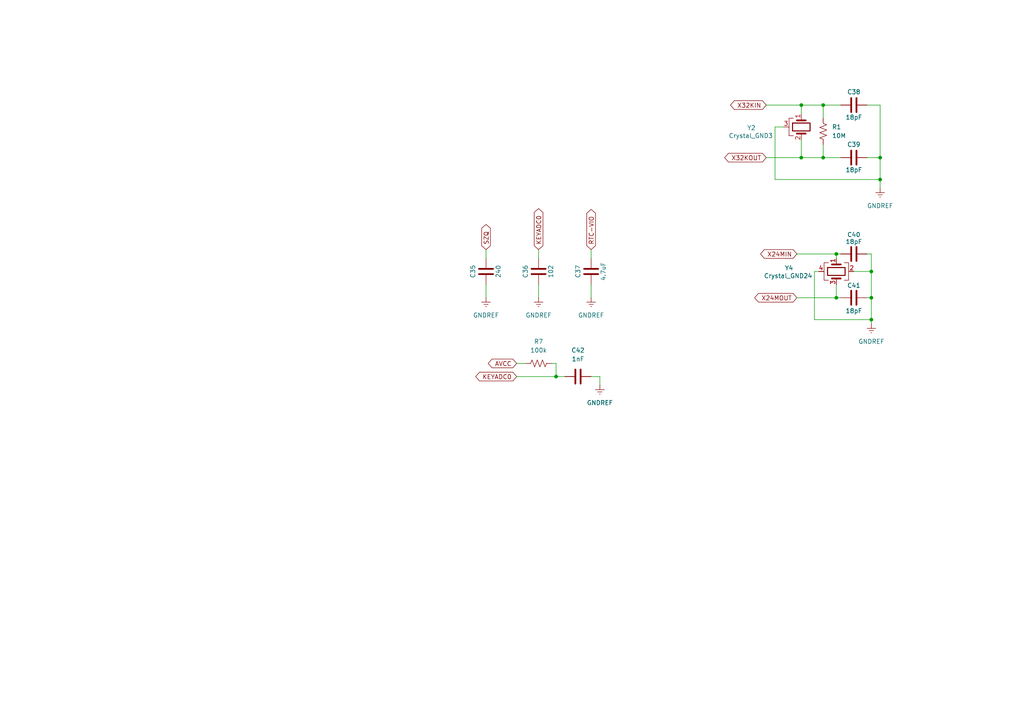
<source format=kicad_sch>
(kicad_sch (version 20250114) (generator "eeschema") (generator_version "9.0")
  (paper "A4")
  (lib_symbols
    (symbol "Device:C" (pin_numbers (hide yes)) (pin_names (offset 0.254))
      (property "Reference" "C" (at 0.635 2.54 0))
      (property "Value" "C" (at 0.635 -2.54 0))
      (symbol "C_0_1"
        (polyline (pts (xy -2.032 0.762) (xy 2.032 0.762)) (stroke (width 0.508)))
        (polyline (pts (xy -2.032 -0.762) (xy 2.032 -0.762)) (stroke (width 0.508)))
      )
      (symbol "C_1_1"
        (pin passive line (at 0 3.81 270) (length 2.794) (name "~") (number "1"))
        (pin passive line (at 0 -3.81 90) (length 2.794) (name "~") (number "2"))
      )
    )
    (symbol "Device:Crystal_GND24" (pin_names (offset 1.016) (hide yes))
      (property "Reference" "Y" (at 3.175 5.08 0))
      (property "Value" "Crystal_GND24" (at 3.175 3.175 0))
      (symbol "Crystal_GND24_0_1"
        (polyline (pts (xy -2.54 2.286) (xy -2.54 3.556) (xy 2.54 3.556) (xy 2.54 2.286)))
        (polyline (pts (xy -2.54 0) (xy -2.032 0)))
        (polyline (pts (xy -2.54 -2.286) (xy -2.54 -3.556) (xy 2.54 -3.556) (xy 2.54 -2.286)))
        (polyline (pts (xy -2.032 -1.27) (xy -2.032 1.27)) (stroke (width 0.508)))
        (rectangle (start -1.143 2.54) (end 1.143 -2.54) (stroke (width 0.3048)))
        (polyline (pts (xy 0 3.556) (xy 0 3.81)))
        (polyline (pts (xy 0 -3.81) (xy 0 -3.556)))
        (polyline (pts (xy 2.032 0) (xy 2.54 0)))
        (polyline (pts (xy 2.032 -1.27) (xy 2.032 1.27)) (stroke (width 0.508)))
      )
      (symbol "Crystal_GND24_1_1"
        (pin passive line (at -3.81 0 0) (length 1.27) (name "1") (number "1"))
        (pin passive line (at 0 5.08 270) (length 1.27) (name "2") (number "2"))
        (pin passive line (at 0 -5.08 90) (length 1.27) (name "4") (number "4"))
        (pin passive line (at 3.81 0 180) (length 1.27) (name "3") (number "3"))
      )
    )
    (symbol "Device:Crystal_GND3" (pin_names (offset 1.016) (hide yes))
      (property "Reference" "Y" (at 0 5.715 0))
      (property "Value" "Crystal_GND3" (at 0 3.81 0))
      (symbol "Crystal_GND3_0_1"
        (polyline (pts (xy -2.54 0) (xy -1.905 0)))
        (polyline (pts (xy -2.54 -2.286) (xy -2.54 -3.556) (xy 2.54 -3.556) (xy 2.54 -2.286)))
        (polyline (pts (xy -1.905 -1.27) (xy -1.905 1.27)) (stroke (width 0.508)))
        (rectangle (start -1.143 2.54) (end 1.143 -2.54) (stroke (width 0.3048)))
        (polyline (pts (xy 0 -3.81) (xy 0 -3.556)))
        (polyline (pts (xy 1.905 1.27) (xy 1.905 -1.27)) (stroke (width 0.508)))
        (polyline (pts (xy 1.905 0) (xy 2.54 0)))
      )
      (symbol "Crystal_GND3_1_1"
        (pin passive line (at -3.81 0 0) (length 1.27) (name "1") (number "1"))
        (pin passive line (at 0 -5.08 90) (length 1.27) (name "3") (number "3"))
        (pin passive line (at 3.81 0 180) (length 1.27) (name "2") (number "2"))
      )
    )
    (symbol "Device:R_US" (pin_numbers (hide yes)) (pin_names (offset 0))
      (property "Reference" "R" (at 2.54 0 90))
      (property "Value" "R_US" (at -2.54 0 90))
      (symbol "R_US_0_1"
        (polyline (pts (xy 0 2.286) (xy 0 2.54)))
        (polyline (pts (xy 0 2.286) (xy 1.016 1.905) (xy 0 1.524) (xy -1.016 1.143) (xy 0 0.762)))
        (polyline (pts (xy 0 0.762) (xy 1.016 0.381) (xy 0 0) (xy -1.016 -0.381) (xy 0 -0.762)))
        (polyline (pts (xy 0 -0.762) (xy 1.016 -1.143) (xy 0 -1.524) (xy -1.016 -1.905) (xy 0 -2.286)))
        (polyline (pts (xy 0 -2.286) (xy 0 -2.54)))
      )
      (symbol "R_US_1_1"
        (pin passive line (at 0 3.81 270) (length 1.27) (name "~") (number "1"))
        (pin passive line (at 0 -3.81 90) (length 1.27) (name "~") (number "2"))
      )
    )
    (symbol "power:GNDREF" (power) (pin_numbers (hide yes)) (pin_names (offset 0) (hide yes))
      (property "Value" "GNDREF" (at 0 -3.81 0))
      (symbol "GNDREF_0_1"
        (polyline (pts (xy -0.635 -1.905) (xy 0.635 -1.905)))
        (polyline (pts (xy -0.127 -2.54) (xy 0.127 -2.54)))
        (polyline (pts (xy 0 -1.27) (xy 0 0)))
        (polyline (pts (xy 1.27 -1.27) (xy -1.27 -1.27)))
      )
      (symbol "GNDREF_1_1"
        (pin power_in line (at 0 0 270) (length 0) (name "~") (number "1"))
      )
    )
  )
  (junction (at 252.73 78.74))
  (junction (at 238.76 30.48))
  (junction (at 232.41 45.72))
  (junction (at 255.27 45.72))
  (junction (at 252.73 92.71))
  (junction (at 242.57 73.66))
  (junction (at 161.29 109.22))
  (junction (at 238.76 45.72))
  (junction (at 232.41 30.48))
  (junction (at 252.73 86.36))
  (junction (at 255.27 52.07))
  (junction (at 242.57 86.36))
  (wire (pts (xy 242.57 73.66) (xy 243.84 73.66)))
  (wire (pts (xy 238.76 45.72) (xy 243.84 45.72)))
  (wire (pts (xy 242.57 82.55) (xy 242.57 86.36)))
  (wire (pts (xy 232.41 45.72) (xy 222.25 45.72)))
  (wire (pts (xy 156.21 72.39) (xy 156.21 74.93)))
  (wire (pts (xy 171.45 109.22) (xy 173.99 109.22)))
  (wire (pts (xy 232.41 40.64) (xy 232.41 45.72)))
  (wire (pts (xy 236.22 78.74) (xy 236.22 92.71)))
  (wire (pts (xy 161.29 105.41) (xy 160.02 105.41)))
  (wire (pts (xy 236.22 92.71) (xy 252.73 92.71)))
  (wire (pts (xy 251.46 86.36) (xy 252.73 86.36)))
  (wire (pts (xy 224.79 52.07) (xy 255.27 52.07)))
  (wire (pts (xy 243.84 86.36) (xy 242.57 86.36)))
  (wire (pts (xy 149.86 109.22) (xy 161.29 109.22)))
  (wire (pts (xy 232.41 30.48) (xy 232.41 33.02)))
  (wire (pts (xy 238.76 30.48) (xy 243.84 30.48)))
  (wire (pts (xy 251.46 30.48) (xy 255.27 30.48)))
  (wire (pts (xy 231.14 73.66) (xy 242.57 73.66)))
  (wire (pts (xy 171.45 72.39) (xy 171.45 74.93)))
  (wire (pts (xy 236.22 78.74) (xy 237.49 78.74)))
  (wire (pts (xy 140.97 72.39) (xy 140.97 74.93)))
  (wire (pts (xy 251.46 73.66) (xy 252.73 73.66)))
  (wire (pts (xy 252.73 86.36) (xy 252.73 78.74)))
  (wire (pts (xy 242.57 73.66) (xy 242.57 74.93)))
  (wire (pts (xy 140.97 82.55) (xy 140.97 86.36)))
  (wire (pts (xy 255.27 52.07) (xy 255.27 54.61)))
  (wire (pts (xy 149.86 105.41) (xy 152.4 105.41)))
  (wire (pts (xy 238.76 41.91) (xy 238.76 45.72)))
  (wire (pts (xy 222.25 30.48) (xy 232.41 30.48)))
  (wire (pts (xy 252.73 93.98) (xy 252.73 92.71)))
  (wire (pts (xy 173.99 109.22) (xy 173.99 111.76)))
  (wire (pts (xy 238.76 30.48) (xy 238.76 34.29)))
  (wire (pts (xy 161.29 109.22) (xy 163.83 109.22)))
  (wire (pts (xy 224.79 36.83) (xy 224.79 52.07)))
  (wire (pts (xy 156.21 82.55) (xy 156.21 86.36)))
  (wire (pts (xy 171.45 82.55) (xy 171.45 86.36)))
  (wire (pts (xy 231.14 86.36) (xy 242.57 86.36)))
  (wire (pts (xy 252.73 92.71) (xy 252.73 86.36)))
  (wire (pts (xy 252.73 73.66) (xy 252.73 78.74)))
  (wire (pts (xy 255.27 30.48) (xy 255.27 45.72)))
  (wire (pts (xy 224.79 36.83) (xy 227.33 36.83)))
  (wire (pts (xy 232.41 45.72) (xy 238.76 45.72)))
  (wire (pts (xy 251.46 45.72) (xy 255.27 45.72)))
  (wire (pts (xy 252.73 78.74) (xy 247.65 78.74)))
  (wire (pts (xy 232.41 30.48) (xy 238.76 30.48)))
  (wire (pts (xy 255.27 45.72) (xy 255.27 52.07)))
  (wire (pts (xy 161.29 109.22) (xy 161.29 105.41)))
  (global_label "RTC-VIO" (shape bidirectional) (at 171.45 72.39 90) (property "Intersheetrefs" "${INTERSHEET_REFS}" (effects (hide yes))))
  (global_label "X24MOUT" (shape bidirectional) (at 231.14 86.36 180) (property "Intersheetrefs" "${INTERSHEET_REFS}" (effects (hide yes))))
  (global_label "X24MIN" (shape bidirectional) (at 231.14 73.66 180) (property "Intersheetrefs" "${INTERSHEET_REFS}" (effects (hide yes))))
  (global_label "KEYADC0" (shape bidirectional) (at 156.21 72.39 90) (property "Intersheetrefs" "${INTERSHEET_REFS}" (effects (hide yes))))
  (global_label "X32KOUT" (shape bidirectional) (at 222.25 45.72 180) (property "Intersheetrefs" "${INTERSHEET_REFS}" (effects (hide yes))))
  (global_label "KEYADC0" (shape bidirectional) (at 149.86 109.22 180) (property "Intersheetrefs" "${INTERSHEET_REFS}" (effects (hide yes))))
  (global_label "AVCC" (shape bidirectional) (at 149.86 105.41 180) (property "Intersheetrefs" "${INTERSHEET_REFS}" (effects (hide yes))))
  (global_label "SZQ" (shape bidirectional) (at 140.97 72.39 90) (property "Intersheetrefs" "${INTERSHEET_REFS}" (effects (hide yes))))
  (global_label "X32KIN" (shape bidirectional) (at 222.25 30.48 180) (property "Intersheetrefs" "${INTERSHEET_REFS}" (effects (hide yes))))
  (symbol (lib_id "power:GNDREF") (at 140.97 86.36 0) (unit 1)
    (property "Reference" "#PWR017" (effects (hide yes)))
    (property "Value" "GNDREF" (at 140.97 91.44 0))
    (property "Description" "Power symbol creates a global label with name \"GNDREF\" , reference supply ground" (effects (hide yes)))
  )
  (symbol (lib_id "Device:C") (at 247.65 45.72 90) (unit 1)
    (property "Reference" "C39" (at 247.65 41.91 90))
    (property "Value" "18pF" (at 247.65 49.276 90))
    (property "Description" "Unpolarized capacitor" (effects (hide yes)))
  )
  (symbol (lib_id "Device:C") (at 247.65 86.36 270) (unit 1)
    (property "Reference" "C41" (at 247.65 82.804 90))
    (property "Value" "18pF" (at 247.65 90.17 90))
    (property "Description" "Unpolarized capacitor" (effects (hide yes)))
  )
  (symbol (lib_id "Device:Crystal_GND24") (at 242.57 78.74 270) (unit 1)
    (property "Reference" "Y4" (at 228.854 77.724 90))
    (property "Value" "Crystal_GND24" (at 228.6 80.01 90))
    (property "Description" "Four pin crystal, GND on pins 2 and 4" (effects (hide yes)))
  )
  (symbol (lib_id "Device:Crystal_GND3") (at 232.41 36.83 270) (unit 1)
    (property "Reference" "Y2" (at 216.662 37.084 90) (effects (justify left)))
    (property "Value" "Crystal_GND3" (at 211.328 39.37 90) (effects (justify left)))
    (property "Description" "Three pin crystal, GND on pin 3" (effects (hide yes)))
  )
  (symbol (lib_id "power:GNDREF") (at 171.45 86.36 0) (unit 1)
    (property "Reference" "#PWR014" (effects (hide yes)))
    (property "Value" "GNDREF" (at 171.45 91.44 0))
    (property "Description" "Power symbol creates a global label with name \"GNDREF\" , reference supply ground" (effects (hide yes)))
  )
  (symbol (lib_id "power:GNDREF") (at 173.99 111.76 0) (unit 1)
    (property "Reference" "#PWR021" (effects (hide yes)))
    (property "Value" "GNDREF" (at 173.99 116.84 0))
    (property "Description" "Power symbol creates a global label with name \"GNDREF\" , reference supply ground" (effects (hide yes)))
  )
  (symbol (lib_id "Device:C") (at 247.65 73.66 90) (unit 1)
    (property "Reference" "C40" (at 247.65 68.072 90))
    (property "Value" "18pF" (at 247.65 70.104 90))
    (property "Description" "Unpolarized capacitor" (effects (hide yes)))
  )
  (symbol (lib_id "Device:C") (at 171.45 78.74 180) (unit 1)
    (property "Reference" "C37" (at 167.64 78.74 90))
    (property "Value" "4.7uF" (at 175.006 78.74 90))
    (property "Description" "Unpolarized capacitor" (effects (hide yes)))
  )
  (symbol (lib_id "power:GNDREF") (at 255.27 54.61 0) (unit 1)
    (property "Reference" "#PWR01" (effects (hide yes)))
    (property "Value" "GNDREF" (at 255.27 59.69 0))
    (property "Description" "Power symbol creates a global label with name \"GNDREF\" , reference supply ground" (effects (hide yes)))
  )
  (symbol (lib_id "power:GNDREF") (at 252.73 93.98 0) (unit 1)
    (property "Reference" "#PWR04" (effects (hide yes)))
    (property "Value" "GNDREF" (at 252.73 99.06 0))
    (property "Description" "Power symbol creates a global label with name \"GNDREF\" , reference supply ground" (effects (hide yes)))
  )
  (symbol (lib_id "Device:R_US") (at 156.21 105.41 90) (unit 1)
    (property "Reference" "R7" (at 156.21 99.06 90))
    (property "Value" "100k" (at 156.21 101.6 90))
    (property "Description" "Resistor, US symbol" (effects (hide yes)))
  )
  (symbol (lib_id "Device:C") (at 140.97 78.74 180) (unit 1)
    (property "Reference" "C35" (at 137.16 78.74 90))
    (property "Value" "240" (at 144.526 78.74 90))
    (property "Description" "Unpolarized capacitor" (effects (hide yes)))
  )
  (symbol (lib_id "Device:C") (at 247.65 30.48 90) (unit 1)
    (property "Reference" "C38" (at 247.65 26.67 90))
    (property "Value" "18pF" (at 247.65 34.036 90))
    (property "Description" "Unpolarized capacitor" (effects (hide yes)))
  )
  (symbol (lib_id "Device:R_US") (at 238.76 38.1 0) (unit 1)
    (property "Reference" "R1" (at 241.3 36.8299 0) (effects (justify left)))
    (property "Value" "10M" (at 241.3 39.3699 0) (effects (justify left)))
    (property "Description" "Resistor, US symbol" (effects (hide yes)))
  )
  (symbol (lib_id "power:GNDREF") (at 156.21 86.36 0) (unit 1)
    (property "Reference" "#PWR012" (effects (hide yes)))
    (property "Value" "GNDREF" (at 156.21 91.44 0))
    (property "Description" "Power symbol creates a global label with name \"GNDREF\" , reference supply ground" (effects (hide yes)))
  )
  (symbol (lib_id "Device:C") (at 167.64 109.22 90) (unit 1)
    (property "Reference" "C42" (at 167.64 101.6 90))
    (property "Value" "1nF" (at 167.64 104.14 90))
    (property "Description" "Unpolarized capacitor" (effects (hide yes)))
  )
  (symbol (lib_id "Device:C") (at 156.21 78.74 180) (unit 1)
    (property "Reference" "C36" (at 152.4 78.74 90))
    (property "Value" "102" (at 159.766 78.74 90))
    (property "Description" "Unpolarized capacitor" (effects (hide yes)))
  )
)
</source>
